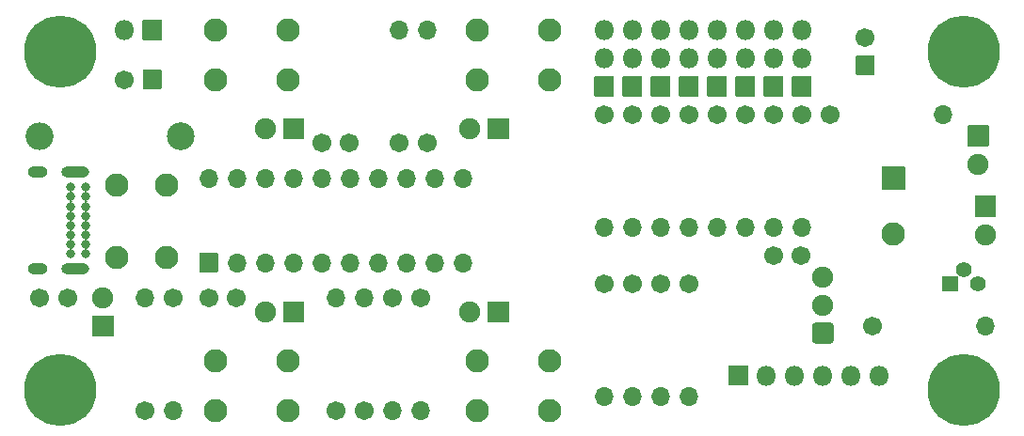
<source format=gbr>
%TF.GenerationSoftware,KiCad,Pcbnew,(5.1.10-1-10_14)*%
%TF.CreationDate,2021-05-17T23:03:08-04:00*%
%TF.ProjectId,UBMP4.1,55424d50-342e-4312-9e6b-696361645f70,0*%
%TF.SameCoordinates,Original*%
%TF.FileFunction,Soldermask,Top*%
%TF.FilePolarity,Negative*%
%FSLAX46Y46*%
G04 Gerber Fmt 4.6, Leading zero omitted, Abs format (unit mm)*
G04 Created by KiCad (PCBNEW (5.1.10-1-10_14)) date 2021-05-17 23:03:08*
%MOMM*%
%LPD*%
G01*
G04 APERTURE LIST*
%ADD10C,1.901600*%
%ADD11C,2.101600*%
%ADD12O,1.701600X1.701600*%
%ADD13C,1.701600*%
%ADD14O,1.801600X1.801600*%
%ADD15O,1.801600X1.001600*%
%ADD16O,2.501600X1.001600*%
%ADD17C,0.801600*%
%ADD18C,1.401600*%
%ADD19C,6.501600*%
%ADD20O,2.501600X2.501600*%
%ADD21C,2.501600*%
%ADD22C,0.100000*%
G04 APERTURE END LIST*
%TO.C,D2*%
G36*
G01*
X189495000Y-101280800D02*
X187695000Y-101280800D01*
G75*
G02*
X187644200Y-101230000I0J50800D01*
G01*
X187644200Y-99430000D01*
G75*
G02*
X187695000Y-99379200I50800J0D01*
G01*
X189495000Y-99379200D01*
G75*
G02*
X189545800Y-99430000I0J-50800D01*
G01*
X189545800Y-101230000D01*
G75*
G02*
X189495000Y-101280800I-50800J0D01*
G01*
G37*
D10*
X188595000Y-102870000D03*
%TD*%
%TO.C,D6*%
G36*
G01*
X125414200Y-110755000D02*
X125414200Y-108955000D01*
G75*
G02*
X125465000Y-108904200I50800J0D01*
G01*
X127265000Y-108904200D01*
G75*
G02*
X127315800Y-108955000I0J-50800D01*
G01*
X127315800Y-110755000D01*
G75*
G02*
X127265000Y-110805800I-50800J0D01*
G01*
X125465000Y-110805800D01*
G75*
G02*
X125414200Y-110755000I0J50800D01*
G01*
G37*
X123825000Y-109855000D03*
%TD*%
%TO.C,D5*%
G36*
G01*
X143829200Y-110755000D02*
X143829200Y-108955000D01*
G75*
G02*
X143880000Y-108904200I50800J0D01*
G01*
X145680000Y-108904200D01*
G75*
G02*
X145730800Y-108955000I0J-50800D01*
G01*
X145730800Y-110755000D01*
G75*
G02*
X145680000Y-110805800I-50800J0D01*
G01*
X143880000Y-110805800D01*
G75*
G02*
X143829200Y-110755000I0J50800D01*
G01*
G37*
X142240000Y-109855000D03*
%TD*%
%TO.C,D4*%
G36*
G01*
X143829200Y-94245000D02*
X143829200Y-92445000D01*
G75*
G02*
X143880000Y-92394200I50800J0D01*
G01*
X145680000Y-92394200D01*
G75*
G02*
X145730800Y-92445000I0J-50800D01*
G01*
X145730800Y-94245000D01*
G75*
G02*
X145680000Y-94295800I-50800J0D01*
G01*
X143880000Y-94295800D01*
G75*
G02*
X143829200Y-94245000I0J50800D01*
G01*
G37*
X142240000Y-93345000D03*
%TD*%
%TO.C,D3*%
G36*
G01*
X125414200Y-94245000D02*
X125414200Y-92445000D01*
G75*
G02*
X125465000Y-92394200I50800J0D01*
G01*
X127265000Y-92394200D01*
G75*
G02*
X127315800Y-92445000I0J-50800D01*
G01*
X127315800Y-94245000D01*
G75*
G02*
X127265000Y-94295800I-50800J0D01*
G01*
X125465000Y-94295800D01*
G75*
G02*
X125414200Y-94245000I0J50800D01*
G01*
G37*
X123825000Y-93345000D03*
%TD*%
%TO.C,D1*%
G36*
G01*
X108320000Y-110174200D02*
X110120000Y-110174200D01*
G75*
G02*
X110170800Y-110225000I0J-50800D01*
G01*
X110170800Y-112025000D01*
G75*
G02*
X110120000Y-112075800I-50800J0D01*
G01*
X108320000Y-112075800D01*
G75*
G02*
X108269200Y-112025000I0J50800D01*
G01*
X108269200Y-110225000D01*
G75*
G02*
X108320000Y-110174200I50800J0D01*
G01*
G37*
X109220000Y-108585000D03*
%TD*%
D11*
%TO.C,LS1*%
X180340000Y-102790000D03*
G36*
G01*
X179340000Y-96739200D02*
X181340000Y-96739200D01*
G75*
G02*
X181390800Y-96790000I0J-50800D01*
G01*
X181390800Y-98790000D01*
G75*
G02*
X181340000Y-98840800I-50800J0D01*
G01*
X179340000Y-98840800D01*
G75*
G02*
X179289200Y-98790000I0J50800D01*
G01*
X179289200Y-96790000D01*
G75*
G02*
X179340000Y-96739200I50800J0D01*
G01*
G37*
%TD*%
D12*
%TO.C,R9*%
X156845000Y-117475000D03*
D13*
X156845000Y-107315000D03*
%TD*%
D12*
%TO.C,R11*%
X161925000Y-117475000D03*
D13*
X161925000Y-107315000D03*
%TD*%
%TO.C,H9*%
G36*
G01*
X167220000Y-116470800D02*
X165520000Y-116470800D01*
G75*
G02*
X165469200Y-116420000I0J50800D01*
G01*
X165469200Y-114720000D01*
G75*
G02*
X165520000Y-114669200I50800J0D01*
G01*
X167220000Y-114669200D01*
G75*
G02*
X167270800Y-114720000I0J-50800D01*
G01*
X167270800Y-116420000D01*
G75*
G02*
X167220000Y-116470800I-50800J0D01*
G01*
G37*
D14*
X168910000Y-115570000D03*
X171450000Y-115570000D03*
X173990000Y-115570000D03*
X176530000Y-115570000D03*
X179070000Y-115570000D03*
%TD*%
D12*
%TO.C,R19*%
X172085000Y-102235000D03*
D13*
X172085000Y-92075000D03*
%TD*%
D12*
%TO.C,R18*%
X169545000Y-102235000D03*
D13*
X169545000Y-92075000D03*
%TD*%
D12*
%TO.C,R17*%
X167005000Y-102235000D03*
D13*
X167005000Y-92075000D03*
%TD*%
D12*
%TO.C,R16*%
X164465000Y-102235000D03*
D13*
X164465000Y-92075000D03*
%TD*%
D15*
%TO.C,J1*%
X103336000Y-105928200D03*
X103336000Y-97278200D03*
D16*
X106716000Y-105928200D03*
X106716000Y-97278200D03*
D17*
X106346000Y-102028200D03*
X106346000Y-104578200D03*
X106346000Y-103728200D03*
X106346000Y-102878200D03*
X106346000Y-98628200D03*
X106346000Y-100328200D03*
X106346000Y-101178200D03*
X106346000Y-99478200D03*
X107696000Y-104578200D03*
X107696000Y-103728200D03*
X107696000Y-102878200D03*
X107696000Y-102028200D03*
X107696000Y-101178200D03*
X107696000Y-100328200D03*
X107696000Y-99478200D03*
X107696000Y-98628200D03*
%TD*%
D14*
%TO.C,BT1*%
X111125000Y-84455000D03*
G36*
G01*
X112815000Y-83554200D02*
X114515000Y-83554200D01*
G75*
G02*
X114565800Y-83605000I0J-50800D01*
G01*
X114565800Y-85305000D01*
G75*
G02*
X114515000Y-85355800I-50800J0D01*
G01*
X112815000Y-85355800D01*
G75*
G02*
X112764200Y-85305000I0J50800D01*
G01*
X112764200Y-83605000D01*
G75*
G02*
X112815000Y-83554200I50800J0D01*
G01*
G37*
%TD*%
D11*
%TO.C,SW3*%
X142875000Y-88955000D03*
X142875000Y-84455000D03*
X149375000Y-88955000D03*
X149375000Y-84455000D03*
%TD*%
D10*
%TO.C,U2*%
X173990000Y-106680000D03*
X173990000Y-109220000D03*
G36*
G01*
X174676478Y-112710800D02*
X173303522Y-112710800D01*
G75*
G02*
X173039200Y-112446478I0J264322D01*
G01*
X173039200Y-111073522D01*
G75*
G02*
X173303522Y-110809200I264322J0D01*
G01*
X174676478Y-110809200D01*
G75*
G02*
X174940800Y-111073522I0J-264322D01*
G01*
X174940800Y-112446478D01*
G75*
G02*
X174676478Y-112710800I-264322J0D01*
G01*
G37*
%TD*%
D12*
%TO.C,U1*%
X118745000Y-97790000D03*
X141605000Y-105410000D03*
X121285000Y-97790000D03*
X139065000Y-105410000D03*
X123825000Y-97790000D03*
X136525000Y-105410000D03*
X126365000Y-97790000D03*
X133985000Y-105410000D03*
X128905000Y-97790000D03*
X131445000Y-105410000D03*
X131445000Y-97790000D03*
X128905000Y-105410000D03*
X133985000Y-97790000D03*
X126365000Y-105410000D03*
X136525000Y-97790000D03*
X123825000Y-105410000D03*
X139065000Y-97790000D03*
X121285000Y-105410000D03*
X141605000Y-97790000D03*
G36*
G01*
X119545000Y-106260800D02*
X117945000Y-106260800D01*
G75*
G02*
X117894200Y-106210000I0J50800D01*
G01*
X117894200Y-104610000D01*
G75*
G02*
X117945000Y-104559200I50800J0D01*
G01*
X119545000Y-104559200D01*
G75*
G02*
X119595800Y-104610000I0J-50800D01*
G01*
X119595800Y-106210000D01*
G75*
G02*
X119545000Y-106260800I-50800J0D01*
G01*
G37*
%TD*%
D11*
%TO.C,SW5*%
X125880000Y-114245000D03*
X125880000Y-118745000D03*
X119380000Y-114245000D03*
X119380000Y-118745000D03*
%TD*%
%TO.C,SW4*%
X149375000Y-114245000D03*
X149375000Y-118745000D03*
X142875000Y-114245000D03*
X142875000Y-118745000D03*
%TD*%
%TO.C,SW2*%
X119380000Y-88955000D03*
X119380000Y-84455000D03*
X125880000Y-88955000D03*
X125880000Y-84455000D03*
%TD*%
%TO.C,SW1*%
X114935000Y-104925000D03*
X110435000Y-104925000D03*
X114935000Y-98425000D03*
X110435000Y-98425000D03*
%TD*%
D12*
%TO.C,R21*%
X188595000Y-111125000D03*
D13*
X178435000Y-111125000D03*
%TD*%
D12*
%TO.C,R22*%
X184785000Y-92075000D03*
D13*
X174625000Y-92075000D03*
%TD*%
D12*
%TO.C,R20*%
X130175000Y-108585000D03*
D13*
X130175000Y-118745000D03*
%TD*%
D12*
%TO.C,R15*%
X161925000Y-102235000D03*
D13*
X161925000Y-92075000D03*
%TD*%
D12*
%TO.C,R14*%
X159385000Y-102235000D03*
D13*
X159385000Y-92075000D03*
%TD*%
D12*
%TO.C,R13*%
X156845000Y-102235000D03*
D13*
X156845000Y-92075000D03*
%TD*%
D12*
%TO.C,R12*%
X154305000Y-102235000D03*
D13*
X154305000Y-92075000D03*
%TD*%
D12*
%TO.C,R10*%
X159385000Y-117475000D03*
D13*
X159385000Y-107315000D03*
%TD*%
D12*
%TO.C,R8*%
X154305000Y-117475000D03*
D13*
X154305000Y-107315000D03*
%TD*%
D12*
%TO.C,R7*%
X132715000Y-108585000D03*
D13*
X132715000Y-118745000D03*
%TD*%
D12*
%TO.C,R6*%
X135255000Y-118745000D03*
D13*
X135255000Y-108585000D03*
%TD*%
D12*
%TO.C,R5*%
X137795000Y-118745000D03*
D13*
X137795000Y-108585000D03*
%TD*%
D12*
%TO.C,R4*%
X138430000Y-84455000D03*
D13*
X138430000Y-94615000D03*
%TD*%
D12*
%TO.C,R3*%
X135890000Y-84455000D03*
D13*
X135890000Y-94615000D03*
%TD*%
D12*
%TO.C,R2*%
X115570000Y-118745000D03*
D13*
X115570000Y-108585000D03*
%TD*%
D12*
%TO.C,R1*%
X113030000Y-108585000D03*
D13*
X113030000Y-118745000D03*
%TD*%
%TO.C,Q2*%
G36*
G01*
X186070000Y-108015800D02*
X184770000Y-108015800D01*
G75*
G02*
X184719200Y-107965000I0J50800D01*
G01*
X184719200Y-106665000D01*
G75*
G02*
X184770000Y-106614200I50800J0D01*
G01*
X186070000Y-106614200D01*
G75*
G02*
X186120800Y-106665000I0J-50800D01*
G01*
X186120800Y-107965000D01*
G75*
G02*
X186070000Y-108015800I-50800J0D01*
G01*
G37*
D18*
X187960000Y-107315000D03*
X186690000Y-106045000D03*
%TD*%
D10*
%TO.C,Q1*%
X187960000Y-96520000D03*
G36*
G01*
X187060000Y-93029200D02*
X188860000Y-93029200D01*
G75*
G02*
X188910800Y-93080000I0J-50800D01*
G01*
X188910800Y-94880000D01*
G75*
G02*
X188860000Y-94930800I-50800J0D01*
G01*
X187060000Y-94930800D01*
G75*
G02*
X187009200Y-94880000I0J50800D01*
G01*
X187009200Y-93080000D01*
G75*
G02*
X187060000Y-93029200I50800J0D01*
G01*
G37*
%TD*%
D19*
%TO.C,MH4*%
X105410000Y-116840000D03*
%TD*%
%TO.C,MH3*%
X186690000Y-116840000D03*
%TD*%
%TO.C,MH2*%
X186690000Y-86360000D03*
%TD*%
%TO.C,MH1*%
X105410000Y-86360000D03*
%TD*%
D14*
%TO.C,H8*%
X172085000Y-84455000D03*
X172085000Y-86995000D03*
G36*
G01*
X172985800Y-88685000D02*
X172985800Y-90385000D01*
G75*
G02*
X172935000Y-90435800I-50800J0D01*
G01*
X171235000Y-90435800D01*
G75*
G02*
X171184200Y-90385000I0J50800D01*
G01*
X171184200Y-88685000D01*
G75*
G02*
X171235000Y-88634200I50800J0D01*
G01*
X172935000Y-88634200D01*
G75*
G02*
X172985800Y-88685000I0J-50800D01*
G01*
G37*
%TD*%
%TO.C,H7*%
X169545000Y-84455000D03*
X169545000Y-86995000D03*
G36*
G01*
X170445800Y-88685000D02*
X170445800Y-90385000D01*
G75*
G02*
X170395000Y-90435800I-50800J0D01*
G01*
X168695000Y-90435800D01*
G75*
G02*
X168644200Y-90385000I0J50800D01*
G01*
X168644200Y-88685000D01*
G75*
G02*
X168695000Y-88634200I50800J0D01*
G01*
X170395000Y-88634200D01*
G75*
G02*
X170445800Y-88685000I0J-50800D01*
G01*
G37*
%TD*%
%TO.C,H6*%
X167005000Y-84455000D03*
X167005000Y-86995000D03*
G36*
G01*
X167905800Y-88685000D02*
X167905800Y-90385000D01*
G75*
G02*
X167855000Y-90435800I-50800J0D01*
G01*
X166155000Y-90435800D01*
G75*
G02*
X166104200Y-90385000I0J50800D01*
G01*
X166104200Y-88685000D01*
G75*
G02*
X166155000Y-88634200I50800J0D01*
G01*
X167855000Y-88634200D01*
G75*
G02*
X167905800Y-88685000I0J-50800D01*
G01*
G37*
%TD*%
%TO.C,H5*%
X164465000Y-84455000D03*
X164465000Y-86995000D03*
G36*
G01*
X165365800Y-88685000D02*
X165365800Y-90385000D01*
G75*
G02*
X165315000Y-90435800I-50800J0D01*
G01*
X163615000Y-90435800D01*
G75*
G02*
X163564200Y-90385000I0J50800D01*
G01*
X163564200Y-88685000D01*
G75*
G02*
X163615000Y-88634200I50800J0D01*
G01*
X165315000Y-88634200D01*
G75*
G02*
X165365800Y-88685000I0J-50800D01*
G01*
G37*
%TD*%
%TO.C,H4*%
X161925000Y-84455000D03*
X161925000Y-86995000D03*
G36*
G01*
X162825800Y-88685000D02*
X162825800Y-90385000D01*
G75*
G02*
X162775000Y-90435800I-50800J0D01*
G01*
X161075000Y-90435800D01*
G75*
G02*
X161024200Y-90385000I0J50800D01*
G01*
X161024200Y-88685000D01*
G75*
G02*
X161075000Y-88634200I50800J0D01*
G01*
X162775000Y-88634200D01*
G75*
G02*
X162825800Y-88685000I0J-50800D01*
G01*
G37*
%TD*%
%TO.C,H3*%
X159385000Y-84455000D03*
X159385000Y-86995000D03*
G36*
G01*
X160285800Y-88685000D02*
X160285800Y-90385000D01*
G75*
G02*
X160235000Y-90435800I-50800J0D01*
G01*
X158535000Y-90435800D01*
G75*
G02*
X158484200Y-90385000I0J50800D01*
G01*
X158484200Y-88685000D01*
G75*
G02*
X158535000Y-88634200I50800J0D01*
G01*
X160235000Y-88634200D01*
G75*
G02*
X160285800Y-88685000I0J-50800D01*
G01*
G37*
%TD*%
%TO.C,H2*%
X156845000Y-84455000D03*
X156845000Y-86995000D03*
G36*
G01*
X157745800Y-88685000D02*
X157745800Y-90385000D01*
G75*
G02*
X157695000Y-90435800I-50800J0D01*
G01*
X155995000Y-90435800D01*
G75*
G02*
X155944200Y-90385000I0J50800D01*
G01*
X155944200Y-88685000D01*
G75*
G02*
X155995000Y-88634200I50800J0D01*
G01*
X157695000Y-88634200D01*
G75*
G02*
X157745800Y-88685000I0J-50800D01*
G01*
G37*
%TD*%
%TO.C,H1*%
X154305000Y-84455000D03*
X154305000Y-86995000D03*
G36*
G01*
X155205800Y-88685000D02*
X155205800Y-90385000D01*
G75*
G02*
X155155000Y-90435800I-50800J0D01*
G01*
X153455000Y-90435800D01*
G75*
G02*
X153404200Y-90385000I0J50800D01*
G01*
X153404200Y-88685000D01*
G75*
G02*
X153455000Y-88634200I50800J0D01*
G01*
X155155000Y-88634200D01*
G75*
G02*
X155205800Y-88685000I0J-50800D01*
G01*
G37*
%TD*%
D20*
%TO.C,FB1*%
X103505000Y-93980000D03*
D21*
X116205000Y-93980000D03*
%TD*%
D13*
%TO.C,C6*%
X177800000Y-85130000D03*
G36*
G01*
X178600000Y-88480800D02*
X177000000Y-88480800D01*
G75*
G02*
X176949200Y-88430000I0J50800D01*
G01*
X176949200Y-86830000D01*
G75*
G02*
X177000000Y-86779200I50800J0D01*
G01*
X178600000Y-86779200D01*
G75*
G02*
X178650800Y-86830000I0J-50800D01*
G01*
X178650800Y-88430000D01*
G75*
G02*
X178600000Y-88480800I-50800J0D01*
G01*
G37*
%TD*%
%TO.C,C5*%
X169545000Y-104775000D03*
X172045000Y-104775000D03*
%TD*%
%TO.C,C4*%
X131405000Y-94615000D03*
X128905000Y-94615000D03*
%TD*%
%TO.C,C3*%
X103545000Y-108585000D03*
X106045000Y-108585000D03*
%TD*%
%TO.C,C2*%
X121245000Y-108585000D03*
X118745000Y-108585000D03*
%TD*%
%TO.C,C1*%
X111165000Y-88900000D03*
G36*
G01*
X114515800Y-88100000D02*
X114515800Y-89700000D01*
G75*
G02*
X114465000Y-89750800I-50800J0D01*
G01*
X112865000Y-89750800D01*
G75*
G02*
X112814200Y-89700000I0J50800D01*
G01*
X112814200Y-88100000D01*
G75*
G02*
X112865000Y-88049200I50800J0D01*
G01*
X114465000Y-88049200D01*
G75*
G02*
X114515800Y-88100000I0J-50800D01*
G01*
G37*
%TD*%
D22*
G36*
X106473934Y-104105860D02*
G01*
X106474699Y-104107708D01*
X106473659Y-104109211D01*
X106467255Y-104112634D01*
X106459862Y-104118700D01*
X106453794Y-104126093D01*
X106449286Y-104134529D01*
X106446508Y-104143684D01*
X106445571Y-104153200D01*
X106446508Y-104162715D01*
X106449286Y-104171871D01*
X106453794Y-104180306D01*
X106459861Y-104187699D01*
X106467254Y-104193767D01*
X106473658Y-104197189D01*
X106474714Y-104198887D01*
X106473771Y-104200651D01*
X106471950Y-104200801D01*
X106461764Y-104196582D01*
X106385086Y-104181330D01*
X106306914Y-104181330D01*
X106230236Y-104196582D01*
X106220049Y-104200801D01*
X106218066Y-104200540D01*
X106217301Y-104198692D01*
X106218341Y-104197189D01*
X106224745Y-104193766D01*
X106232138Y-104187700D01*
X106238206Y-104180307D01*
X106242714Y-104171871D01*
X106245492Y-104162716D01*
X106246429Y-104153200D01*
X106245492Y-104143685D01*
X106242714Y-104134529D01*
X106238206Y-104126094D01*
X106232139Y-104118701D01*
X106224746Y-104112633D01*
X106218342Y-104109211D01*
X106217286Y-104107513D01*
X106218229Y-104105749D01*
X106220050Y-104105599D01*
X106230236Y-104109818D01*
X106306914Y-104125070D01*
X106385086Y-104125070D01*
X106461764Y-104109818D01*
X106471951Y-104105599D01*
X106473934Y-104105860D01*
G37*
G36*
X107823934Y-104105860D02*
G01*
X107824699Y-104107708D01*
X107823659Y-104109211D01*
X107817255Y-104112634D01*
X107809862Y-104118700D01*
X107803794Y-104126093D01*
X107799286Y-104134529D01*
X107796508Y-104143684D01*
X107795571Y-104153200D01*
X107796508Y-104162715D01*
X107799286Y-104171871D01*
X107803794Y-104180306D01*
X107809861Y-104187699D01*
X107817254Y-104193767D01*
X107823658Y-104197189D01*
X107824714Y-104198887D01*
X107823771Y-104200651D01*
X107821950Y-104200801D01*
X107811764Y-104196582D01*
X107735086Y-104181330D01*
X107656914Y-104181330D01*
X107580236Y-104196582D01*
X107570049Y-104200801D01*
X107568066Y-104200540D01*
X107567301Y-104198692D01*
X107568341Y-104197189D01*
X107574745Y-104193766D01*
X107582138Y-104187700D01*
X107588206Y-104180307D01*
X107592714Y-104171871D01*
X107595492Y-104162716D01*
X107596429Y-104153200D01*
X107595492Y-104143685D01*
X107592714Y-104134529D01*
X107588206Y-104126094D01*
X107582139Y-104118701D01*
X107574746Y-104112633D01*
X107568342Y-104109211D01*
X107567286Y-104107513D01*
X107568229Y-104105749D01*
X107570050Y-104105599D01*
X107580236Y-104109818D01*
X107656914Y-104125070D01*
X107735086Y-104125070D01*
X107811764Y-104109818D01*
X107821951Y-104105599D01*
X107823934Y-104105860D01*
G37*
G36*
X107823934Y-103255860D02*
G01*
X107824699Y-103257708D01*
X107823659Y-103259211D01*
X107817255Y-103262634D01*
X107809862Y-103268700D01*
X107803794Y-103276093D01*
X107799286Y-103284529D01*
X107796508Y-103293684D01*
X107795571Y-103303200D01*
X107796508Y-103312715D01*
X107799286Y-103321871D01*
X107803794Y-103330306D01*
X107809861Y-103337699D01*
X107817254Y-103343767D01*
X107823658Y-103347189D01*
X107824714Y-103348887D01*
X107823771Y-103350651D01*
X107821950Y-103350801D01*
X107811764Y-103346582D01*
X107735086Y-103331330D01*
X107656914Y-103331330D01*
X107580236Y-103346582D01*
X107570049Y-103350801D01*
X107568066Y-103350540D01*
X107567301Y-103348692D01*
X107568341Y-103347189D01*
X107574745Y-103343766D01*
X107582138Y-103337700D01*
X107588206Y-103330307D01*
X107592714Y-103321871D01*
X107595492Y-103312716D01*
X107596429Y-103303200D01*
X107595492Y-103293685D01*
X107592714Y-103284529D01*
X107588206Y-103276094D01*
X107582139Y-103268701D01*
X107574746Y-103262633D01*
X107568342Y-103259211D01*
X107567286Y-103257513D01*
X107568229Y-103255749D01*
X107570050Y-103255599D01*
X107580236Y-103259818D01*
X107656914Y-103275070D01*
X107735086Y-103275070D01*
X107811764Y-103259818D01*
X107821951Y-103255599D01*
X107823934Y-103255860D01*
G37*
G36*
X106473934Y-103255860D02*
G01*
X106474699Y-103257708D01*
X106473659Y-103259211D01*
X106467255Y-103262634D01*
X106459862Y-103268700D01*
X106453794Y-103276093D01*
X106449286Y-103284529D01*
X106446508Y-103293684D01*
X106445571Y-103303200D01*
X106446508Y-103312715D01*
X106449286Y-103321871D01*
X106453794Y-103330306D01*
X106459861Y-103337699D01*
X106467254Y-103343767D01*
X106473658Y-103347189D01*
X106474714Y-103348887D01*
X106473771Y-103350651D01*
X106471950Y-103350801D01*
X106461764Y-103346582D01*
X106385086Y-103331330D01*
X106306914Y-103331330D01*
X106230236Y-103346582D01*
X106220049Y-103350801D01*
X106218066Y-103350540D01*
X106217301Y-103348692D01*
X106218341Y-103347189D01*
X106224745Y-103343766D01*
X106232138Y-103337700D01*
X106238206Y-103330307D01*
X106242714Y-103321871D01*
X106245492Y-103312716D01*
X106246429Y-103303200D01*
X106245492Y-103293685D01*
X106242714Y-103284529D01*
X106238206Y-103276094D01*
X106232139Y-103268701D01*
X106224746Y-103262633D01*
X106218342Y-103259211D01*
X106217286Y-103257513D01*
X106218229Y-103255749D01*
X106220050Y-103255599D01*
X106230236Y-103259818D01*
X106306914Y-103275070D01*
X106385086Y-103275070D01*
X106461764Y-103259818D01*
X106471951Y-103255599D01*
X106473934Y-103255860D01*
G37*
G36*
X107823934Y-102405860D02*
G01*
X107824699Y-102407708D01*
X107823659Y-102409211D01*
X107817255Y-102412634D01*
X107809862Y-102418700D01*
X107803794Y-102426093D01*
X107799286Y-102434529D01*
X107796508Y-102443684D01*
X107795571Y-102453200D01*
X107796508Y-102462715D01*
X107799286Y-102471871D01*
X107803794Y-102480306D01*
X107809861Y-102487699D01*
X107817254Y-102493767D01*
X107823658Y-102497189D01*
X107824714Y-102498887D01*
X107823771Y-102500651D01*
X107821950Y-102500801D01*
X107811764Y-102496582D01*
X107735086Y-102481330D01*
X107656914Y-102481330D01*
X107580236Y-102496582D01*
X107570049Y-102500801D01*
X107568066Y-102500540D01*
X107567301Y-102498692D01*
X107568341Y-102497189D01*
X107574745Y-102493766D01*
X107582138Y-102487700D01*
X107588206Y-102480307D01*
X107592714Y-102471871D01*
X107595492Y-102462716D01*
X107596429Y-102453200D01*
X107595492Y-102443685D01*
X107592714Y-102434529D01*
X107588206Y-102426094D01*
X107582139Y-102418701D01*
X107574746Y-102412633D01*
X107568342Y-102409211D01*
X107567286Y-102407513D01*
X107568229Y-102405749D01*
X107570050Y-102405599D01*
X107580236Y-102409818D01*
X107656914Y-102425070D01*
X107735086Y-102425070D01*
X107811764Y-102409818D01*
X107821951Y-102405599D01*
X107823934Y-102405860D01*
G37*
G36*
X106473934Y-102405860D02*
G01*
X106474699Y-102407708D01*
X106473659Y-102409211D01*
X106467255Y-102412634D01*
X106459862Y-102418700D01*
X106453794Y-102426093D01*
X106449286Y-102434529D01*
X106446508Y-102443684D01*
X106445571Y-102453200D01*
X106446508Y-102462715D01*
X106449286Y-102471871D01*
X106453794Y-102480306D01*
X106459861Y-102487699D01*
X106467254Y-102493767D01*
X106473658Y-102497189D01*
X106474714Y-102498887D01*
X106473771Y-102500651D01*
X106471950Y-102500801D01*
X106461764Y-102496582D01*
X106385086Y-102481330D01*
X106306914Y-102481330D01*
X106230236Y-102496582D01*
X106220049Y-102500801D01*
X106218066Y-102500540D01*
X106217301Y-102498692D01*
X106218341Y-102497189D01*
X106224745Y-102493766D01*
X106232138Y-102487700D01*
X106238206Y-102480307D01*
X106242714Y-102471871D01*
X106245492Y-102462716D01*
X106246429Y-102453200D01*
X106245492Y-102443685D01*
X106242714Y-102434529D01*
X106238206Y-102426094D01*
X106232139Y-102418701D01*
X106224746Y-102412633D01*
X106218342Y-102409211D01*
X106217286Y-102407513D01*
X106218229Y-102405749D01*
X106220050Y-102405599D01*
X106230236Y-102409818D01*
X106306914Y-102425070D01*
X106385086Y-102425070D01*
X106461764Y-102409818D01*
X106471951Y-102405599D01*
X106473934Y-102405860D01*
G37*
G36*
X106473934Y-101555860D02*
G01*
X106474699Y-101557708D01*
X106473659Y-101559211D01*
X106467255Y-101562634D01*
X106459862Y-101568700D01*
X106453794Y-101576093D01*
X106449286Y-101584529D01*
X106446508Y-101593684D01*
X106445571Y-101603200D01*
X106446508Y-101612715D01*
X106449286Y-101621871D01*
X106453794Y-101630306D01*
X106459861Y-101637699D01*
X106467254Y-101643767D01*
X106473658Y-101647189D01*
X106474714Y-101648887D01*
X106473771Y-101650651D01*
X106471950Y-101650801D01*
X106461764Y-101646582D01*
X106385086Y-101631330D01*
X106306914Y-101631330D01*
X106230236Y-101646582D01*
X106220049Y-101650801D01*
X106218066Y-101650540D01*
X106217301Y-101648692D01*
X106218341Y-101647189D01*
X106224745Y-101643766D01*
X106232138Y-101637700D01*
X106238206Y-101630307D01*
X106242714Y-101621871D01*
X106245492Y-101612716D01*
X106246429Y-101603200D01*
X106245492Y-101593685D01*
X106242714Y-101584529D01*
X106238206Y-101576094D01*
X106232139Y-101568701D01*
X106224746Y-101562633D01*
X106218342Y-101559211D01*
X106217286Y-101557513D01*
X106218229Y-101555749D01*
X106220050Y-101555599D01*
X106230236Y-101559818D01*
X106306914Y-101575070D01*
X106385086Y-101575070D01*
X106461764Y-101559818D01*
X106471951Y-101555599D01*
X106473934Y-101555860D01*
G37*
G36*
X107823934Y-101555860D02*
G01*
X107824699Y-101557708D01*
X107823659Y-101559211D01*
X107817255Y-101562634D01*
X107809862Y-101568700D01*
X107803794Y-101576093D01*
X107799286Y-101584529D01*
X107796508Y-101593684D01*
X107795571Y-101603200D01*
X107796508Y-101612715D01*
X107799286Y-101621871D01*
X107803794Y-101630306D01*
X107809861Y-101637699D01*
X107817254Y-101643767D01*
X107823658Y-101647189D01*
X107824714Y-101648887D01*
X107823771Y-101650651D01*
X107821950Y-101650801D01*
X107811764Y-101646582D01*
X107735086Y-101631330D01*
X107656914Y-101631330D01*
X107580236Y-101646582D01*
X107570049Y-101650801D01*
X107568066Y-101650540D01*
X107567301Y-101648692D01*
X107568341Y-101647189D01*
X107574745Y-101643766D01*
X107582138Y-101637700D01*
X107588206Y-101630307D01*
X107592714Y-101621871D01*
X107595492Y-101612716D01*
X107596429Y-101603200D01*
X107595492Y-101593685D01*
X107592714Y-101584529D01*
X107588206Y-101576094D01*
X107582139Y-101568701D01*
X107574746Y-101562633D01*
X107568342Y-101559211D01*
X107567286Y-101557513D01*
X107568229Y-101555749D01*
X107570050Y-101555599D01*
X107580236Y-101559818D01*
X107656914Y-101575070D01*
X107735086Y-101575070D01*
X107811764Y-101559818D01*
X107821951Y-101555599D01*
X107823934Y-101555860D01*
G37*
G36*
X107823934Y-100705860D02*
G01*
X107824699Y-100707708D01*
X107823659Y-100709211D01*
X107817255Y-100712634D01*
X107809862Y-100718700D01*
X107803794Y-100726093D01*
X107799286Y-100734529D01*
X107796508Y-100743684D01*
X107795571Y-100753200D01*
X107796508Y-100762715D01*
X107799286Y-100771871D01*
X107803794Y-100780306D01*
X107809861Y-100787699D01*
X107817254Y-100793767D01*
X107823658Y-100797189D01*
X107824714Y-100798887D01*
X107823771Y-100800651D01*
X107821950Y-100800801D01*
X107811764Y-100796582D01*
X107735086Y-100781330D01*
X107656914Y-100781330D01*
X107580236Y-100796582D01*
X107570049Y-100800801D01*
X107568066Y-100800540D01*
X107567301Y-100798692D01*
X107568341Y-100797189D01*
X107574745Y-100793766D01*
X107582138Y-100787700D01*
X107588206Y-100780307D01*
X107592714Y-100771871D01*
X107595492Y-100762716D01*
X107596429Y-100753200D01*
X107595492Y-100743685D01*
X107592714Y-100734529D01*
X107588206Y-100726094D01*
X107582139Y-100718701D01*
X107574746Y-100712633D01*
X107568342Y-100709211D01*
X107567286Y-100707513D01*
X107568229Y-100705749D01*
X107570050Y-100705599D01*
X107580236Y-100709818D01*
X107656914Y-100725070D01*
X107735086Y-100725070D01*
X107811764Y-100709818D01*
X107821951Y-100705599D01*
X107823934Y-100705860D01*
G37*
G36*
X106473934Y-100705860D02*
G01*
X106474699Y-100707708D01*
X106473659Y-100709211D01*
X106467255Y-100712634D01*
X106459862Y-100718700D01*
X106453794Y-100726093D01*
X106449286Y-100734529D01*
X106446508Y-100743684D01*
X106445571Y-100753200D01*
X106446508Y-100762715D01*
X106449286Y-100771871D01*
X106453794Y-100780306D01*
X106459861Y-100787699D01*
X106467254Y-100793767D01*
X106473658Y-100797189D01*
X106474714Y-100798887D01*
X106473771Y-100800651D01*
X106471950Y-100800801D01*
X106461764Y-100796582D01*
X106385086Y-100781330D01*
X106306914Y-100781330D01*
X106230236Y-100796582D01*
X106220049Y-100800801D01*
X106218066Y-100800540D01*
X106217301Y-100798692D01*
X106218341Y-100797189D01*
X106224745Y-100793766D01*
X106232138Y-100787700D01*
X106238206Y-100780307D01*
X106242714Y-100771871D01*
X106245492Y-100762716D01*
X106246429Y-100753200D01*
X106245492Y-100743685D01*
X106242714Y-100734529D01*
X106238206Y-100726094D01*
X106232139Y-100718701D01*
X106224746Y-100712633D01*
X106218342Y-100709211D01*
X106217286Y-100707513D01*
X106218229Y-100705749D01*
X106220050Y-100705599D01*
X106230236Y-100709818D01*
X106306914Y-100725070D01*
X106385086Y-100725070D01*
X106461764Y-100709818D01*
X106471951Y-100705599D01*
X106473934Y-100705860D01*
G37*
G36*
X107823934Y-99855860D02*
G01*
X107824699Y-99857708D01*
X107823659Y-99859211D01*
X107817255Y-99862634D01*
X107809862Y-99868700D01*
X107803794Y-99876093D01*
X107799286Y-99884529D01*
X107796508Y-99893684D01*
X107795571Y-99903200D01*
X107796508Y-99912715D01*
X107799286Y-99921871D01*
X107803794Y-99930306D01*
X107809861Y-99937699D01*
X107817254Y-99943767D01*
X107823658Y-99947189D01*
X107824714Y-99948887D01*
X107823771Y-99950651D01*
X107821950Y-99950801D01*
X107811764Y-99946582D01*
X107735086Y-99931330D01*
X107656914Y-99931330D01*
X107580236Y-99946582D01*
X107570049Y-99950801D01*
X107568066Y-99950540D01*
X107567301Y-99948692D01*
X107568341Y-99947189D01*
X107574745Y-99943766D01*
X107582138Y-99937700D01*
X107588206Y-99930307D01*
X107592714Y-99921871D01*
X107595492Y-99912716D01*
X107596429Y-99903200D01*
X107595492Y-99893685D01*
X107592714Y-99884529D01*
X107588206Y-99876094D01*
X107582139Y-99868701D01*
X107574746Y-99862633D01*
X107568342Y-99859211D01*
X107567286Y-99857513D01*
X107568229Y-99855749D01*
X107570050Y-99855599D01*
X107580236Y-99859818D01*
X107656914Y-99875070D01*
X107735086Y-99875070D01*
X107811764Y-99859818D01*
X107821951Y-99855599D01*
X107823934Y-99855860D01*
G37*
G36*
X106473934Y-99855860D02*
G01*
X106474699Y-99857708D01*
X106473659Y-99859211D01*
X106467255Y-99862634D01*
X106459862Y-99868700D01*
X106453794Y-99876093D01*
X106449286Y-99884529D01*
X106446508Y-99893684D01*
X106445571Y-99903200D01*
X106446508Y-99912715D01*
X106449286Y-99921871D01*
X106453794Y-99930306D01*
X106459861Y-99937699D01*
X106467254Y-99943767D01*
X106473658Y-99947189D01*
X106474714Y-99948887D01*
X106473771Y-99950651D01*
X106471950Y-99950801D01*
X106461764Y-99946582D01*
X106385086Y-99931330D01*
X106306914Y-99931330D01*
X106230236Y-99946582D01*
X106220049Y-99950801D01*
X106218066Y-99950540D01*
X106217301Y-99948692D01*
X106218341Y-99947189D01*
X106224745Y-99943766D01*
X106232138Y-99937700D01*
X106238206Y-99930307D01*
X106242714Y-99921871D01*
X106245492Y-99912716D01*
X106246429Y-99903200D01*
X106245492Y-99893685D01*
X106242714Y-99884529D01*
X106238206Y-99876094D01*
X106232139Y-99868701D01*
X106224746Y-99862633D01*
X106218342Y-99859211D01*
X106217286Y-99857513D01*
X106218229Y-99855749D01*
X106220050Y-99855599D01*
X106230236Y-99859818D01*
X106306914Y-99875070D01*
X106385086Y-99875070D01*
X106461764Y-99859818D01*
X106471951Y-99855599D01*
X106473934Y-99855860D01*
G37*
G36*
X107823934Y-99005860D02*
G01*
X107824699Y-99007708D01*
X107823659Y-99009211D01*
X107817255Y-99012634D01*
X107809862Y-99018700D01*
X107803794Y-99026093D01*
X107799286Y-99034529D01*
X107796508Y-99043684D01*
X107795571Y-99053200D01*
X107796508Y-99062715D01*
X107799286Y-99071871D01*
X107803794Y-99080306D01*
X107809861Y-99087699D01*
X107817254Y-99093767D01*
X107823658Y-99097189D01*
X107824714Y-99098887D01*
X107823771Y-99100651D01*
X107821950Y-99100801D01*
X107811764Y-99096582D01*
X107735086Y-99081330D01*
X107656914Y-99081330D01*
X107580236Y-99096582D01*
X107570049Y-99100801D01*
X107568066Y-99100540D01*
X107567301Y-99098692D01*
X107568341Y-99097189D01*
X107574745Y-99093766D01*
X107582138Y-99087700D01*
X107588206Y-99080307D01*
X107592714Y-99071871D01*
X107595492Y-99062716D01*
X107596429Y-99053200D01*
X107595492Y-99043685D01*
X107592714Y-99034529D01*
X107588206Y-99026094D01*
X107582139Y-99018701D01*
X107574746Y-99012633D01*
X107568342Y-99009211D01*
X107567286Y-99007513D01*
X107568229Y-99005749D01*
X107570050Y-99005599D01*
X107580236Y-99009818D01*
X107656914Y-99025070D01*
X107735086Y-99025070D01*
X107811764Y-99009818D01*
X107821951Y-99005599D01*
X107823934Y-99005860D01*
G37*
G36*
X106473934Y-99005860D02*
G01*
X106474699Y-99007708D01*
X106473659Y-99009211D01*
X106467255Y-99012634D01*
X106459862Y-99018700D01*
X106453794Y-99026093D01*
X106449286Y-99034529D01*
X106446508Y-99043684D01*
X106445571Y-99053200D01*
X106446508Y-99062715D01*
X106449286Y-99071871D01*
X106453794Y-99080306D01*
X106459861Y-99087699D01*
X106467254Y-99093767D01*
X106473658Y-99097189D01*
X106474714Y-99098887D01*
X106473771Y-99100651D01*
X106471950Y-99100801D01*
X106461764Y-99096582D01*
X106385086Y-99081330D01*
X106306914Y-99081330D01*
X106230236Y-99096582D01*
X106220049Y-99100801D01*
X106218066Y-99100540D01*
X106217301Y-99098692D01*
X106218341Y-99097189D01*
X106224745Y-99093766D01*
X106232138Y-99087700D01*
X106238206Y-99080307D01*
X106242714Y-99071871D01*
X106245492Y-99062716D01*
X106246429Y-99053200D01*
X106245492Y-99043685D01*
X106242714Y-99034529D01*
X106238206Y-99026094D01*
X106232139Y-99018701D01*
X106224746Y-99012633D01*
X106218342Y-99009211D01*
X106217286Y-99007513D01*
X106218229Y-99005749D01*
X106220050Y-99005599D01*
X106230236Y-99009818D01*
X106306914Y-99025070D01*
X106385086Y-99025070D01*
X106461764Y-99009818D01*
X106471951Y-99005599D01*
X106473934Y-99005860D01*
G37*
M02*

</source>
